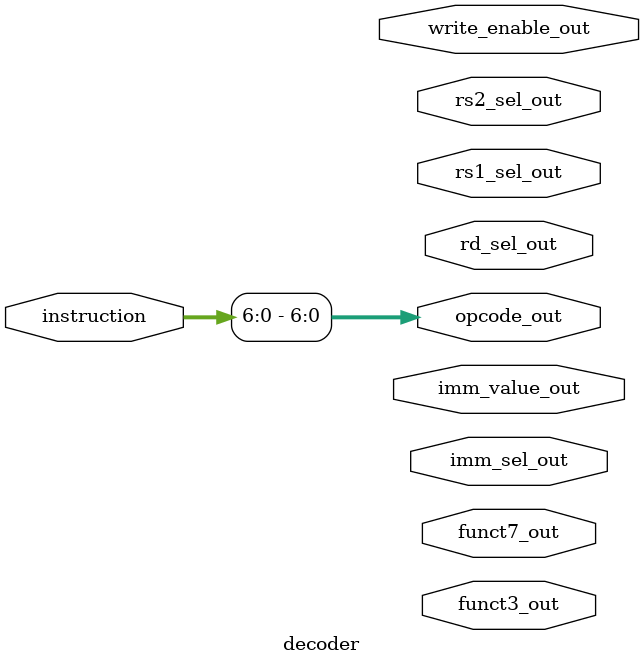
<source format=v>
`timescale 1ns / 1ps


module decoder(
    /*----Inputs----*/
    input [31:0] instruction,
    /*----Outputs----*/
    output reg imm_sel_out, write_enable_out,
    output reg [2:0] funct3_out,
    output reg [4:0] rd_sel_out, rs1_sel_out, rs2_sel_out,
    output reg [6:0] funct7_out, opcode_out,
    output reg [11:0] imm_value_out

);
    
    /*--------Switch Cases--------*/
    localparam  reg_reg         = 7'b0110011,
                immediate       = 7'b0010011,
                upper_immediate = 7'b0110111,
                store           = 7'b0100011,
                branch          = 7'b1100011,
                jump            = 7'b1101111;
   
   always @(*) begin
       
        /*----Init Opcode----*/
        opcode_out <= instruction[6:0];
        
        case (opcode_out)
            /*--[imm 31:20 | rs1 19:15 | funct3 14:12 | rd 11:7 | opcode 6:0]--*/
            immediate: begin
                imm_value_out <= instruction[31:20];
                rs1_sel_out <= instruction[19:15];
                funct3_out <= instruction[14:12];
                rd_sel_out <= instruction[11:7];
                imm_sel_out <= 1;
                write_enable_out <= 1;
            end
            /*----Remaining Opcodes TODO----*/
            
        endcase
        
   end
    
endmodule

</source>
